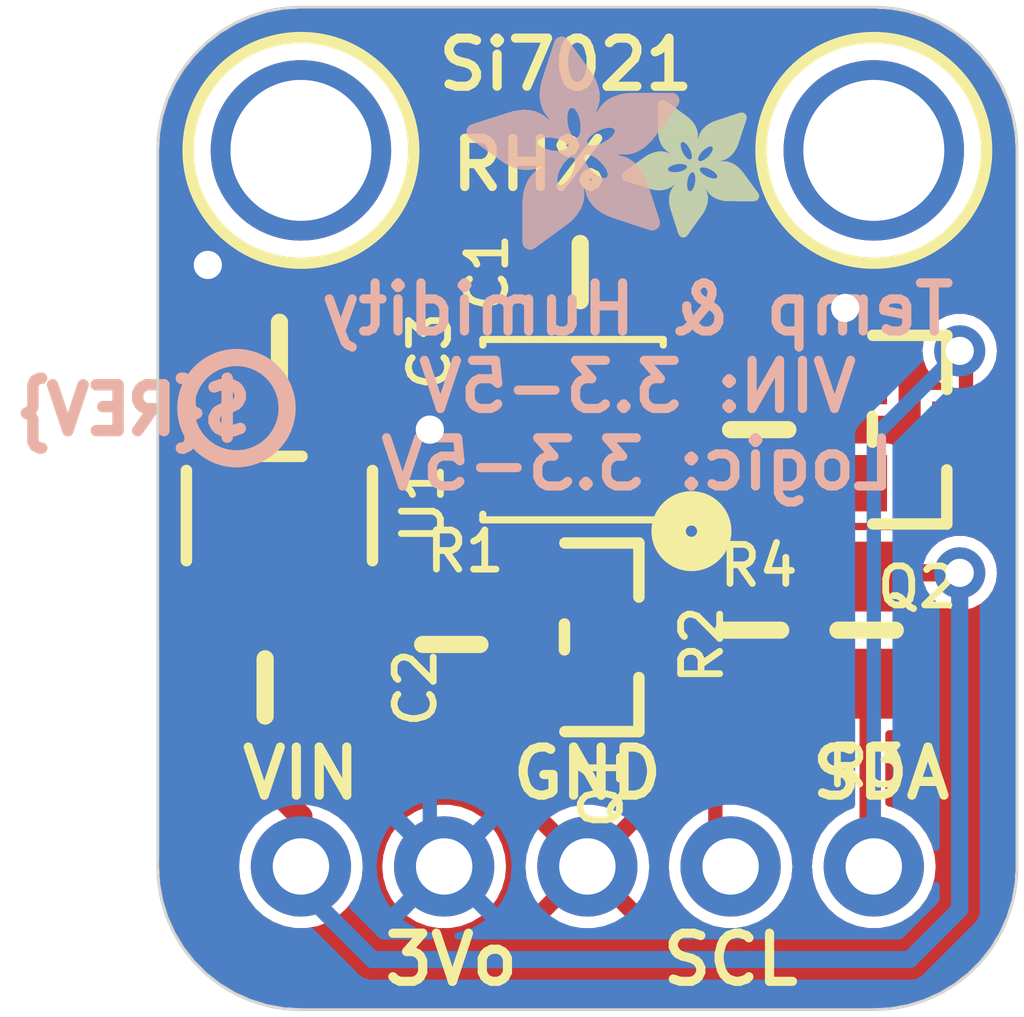
<source format=kicad_pcb>
(kicad_pcb (version 20221018) (generator pcbnew)
  (layers (0 "F.Cu" signal) (31 "B.Cu" signal) (34 "B.Paste" user) (35 "F.Paste" user) (36 "B.SilkS" user "B.Silkscreen") (37 "F.SilkS" user "F.Silkscreen") (38 "B.Mask" user) (39 "F.Mask" user) (44 "Edge.Cuts" user))
  (net 0 "")
  (net 1 "SDA_3.3V")
  (net 2 "SCL_3.3V")
  (net 3 "SDA")
  (net 4 "SCL")
  (net 5 "+3V3")
  (net 6 "VIN")
  (net 7 "GND")
  (footprint "working:ADAFRUIT_2.5MM" (layer "F.Cu") (at 151.5491 97.7646 180)
    (fp_text reference "U$1" hide)
    (fp_text value "" hide)
  )
  (footprint "working:FIDUCIAL_1MM" (layer "F.Cu") (at 151.4221 100.9396)
    (fp_text reference "FID2" hide)
    (fp_text value "FIDUCIAL\"\"" hide)
    (pad "1" smd roundrect (at 0 0) (size 1 1) (layers "F.Cu" "F.Mask") (roundrect_rratio 0.5))
  )
  (footprint "working:1X05_ROUND_70" (layer "F.Cu") (at 148.5011 111.3536 180)
    (fp_text reference "JP1" hide)
    (fp_text value "")
    (pad "1" thru_hole circle (at -5.08 0 270) (size 1.778 1.778) (drill 1) (layers "*.Cu" "*.Mask") (net 3 "SDA"))
    (pad "2" thru_hole circle (at -2.54 0 270) (size 1.778 1.778) (drill 1) (layers "*.Cu" "*.Mask") (net 4 "SCL"))
    (pad "3" thru_hole circle (at 0 0 270) (size 1.778 1.778) (drill 1) (layers "*.Cu" "*.Mask") (net 7 "GND"))
    (pad "4" thru_hole circle (at 2.54 0 270) (size 1.778 1.778) (drill 1) (layers "*.Cu" "*.Mask") (net 5 "+3V3"))
    (pad "5" thru_hole circle (at 5.08 0 270) (size 1.778 1.778) (drill 1) (layers "*.Cu" "*.Mask") (net 6 "VIN"))
  )
  (footprint "working:0805-NO" (layer "F.Cu") (at 148.3741 100.8126)
    (fp_text reference "C1" (at -1.651 0.762 90) (layer "F.SilkS") (effects (font (size 0.692831 0.692831) (thickness 0.119969)) (justify left)))
    (fp_text value "0.1uF")
    (pad "1" smd rect (at -0.95 0) (size 1.24 1.5) (layers "F.Cu" "F.Paste" "F.Mask") (net 5 "+3V3"))
    (pad "2" smd rect (at 0.95 0) (size 1.24 1.5) (layers "F.Cu" "F.Paste" "F.Mask") (net 7 "GND"))
  )
  (footprint "working:DFN6_3X3_SI" (layer "F.Cu") (at 148.2471 103.6066 180)
    (fp_text reference "U2" hide)
    (fp_text value "Si7021-A20")
    (pad "1" smd roundrect (at -1.45 -1 180) (size 0.85 0.45) (layers "F.Cu" "F.Paste" "F.Mask") (roundrect_rratio 0.5) (net 1 "SDA_3.3V"))
    (pad "2" smd roundrect (at -1.45 0 180) (size 0.85 0.45) (layers "F.Cu" "F.Paste" "F.Mask") (roundrect_rratio 0.5) (net 7 "GND"))
    (pad "3" smd roundrect (at -1.45 1 180) (size 0.85 0.45) (layers "F.Cu" "F.Paste" "F.Mask") (roundrect_rratio 0.5))
    (pad "4" smd roundrect (at 1.45 1 180) (size 0.85 0.45) (layers "F.Cu" "F.Paste" "F.Mask") (roundrect_rratio 0.5))
    (pad "5" smd roundrect (at 1.45 0 180) (size 0.85 0.45) (layers "F.Cu" "F.Paste" "F.Mask") (roundrect_rratio 0.5) (net 5 "+3V3"))
    (pad "6" smd roundrect (at 1.45 -1 180) (size 0.85 0.45) (layers "F.Cu" "F.Paste" "F.Mask") (roundrect_rratio 0.5) (net 2 "SCL_3.3V"))
    (pad "P$1" smd rect (at 0 0 180) (size 1.6 2.5) (layers "F.Cu" "F.Paste" "F.Mask"))
  )
  (footprint "working:SOT23-WIDE" (layer "F.Cu") (at 148.7551 107.2896 -90)
    (fp_text reference "Q1" (at 1.905 0 90) (layer "F.SilkS") (effects (font (size 0.692831 0.692831) (thickness 0.119969)) (justify right)))
    (fp_text value "BSS138")
    (pad "1" smd rect (at -0.95 1 270) (size 1 1.2) (layers "F.Cu" "F.Paste" "F.Mask") (net 5 "+3V3"))
    (pad "2" smd rect (at 0.95 1 270) (size 1 1.2) (layers "F.Cu" "F.Paste" "F.Mask") (net 2 "SCL_3.3V"))
    (pad "3" smd rect (at 0 -1 270) (size 1 1.2) (layers "F.Cu" "F.Paste" "F.Mask") (net 4 "SCL"))
  )
  (footprint "working:0805-NO" (layer "F.Cu") (at 151.4221 107.1626 90)
    (fp_text reference "R2" (at -1.016 -0.889 90) (layer "F.SilkS") (effects (font (size 0.692831 0.692831) (thickness 0.119969)) (justify left)))
    (fp_text value "10K")
    (pad "1" smd rect (at -0.95 0 90) (size 1.24 1.5) (layers "F.Cu" "F.Paste" "F.Mask") (net 4 "SCL"))
    (pad "2" smd rect (at 0.95 0 90) (size 1.24 1.5) (layers "F.Cu" "F.Paste" "F.Mask") (net 6 "VIN"))
  )
  (footprint "working:MOUNTINGHOLE_2.5_PLATED" (layer "F.Cu") (at 143.4211 98.6536)
    (fp_text reference "U$7" hide)
    (fp_text value "MOUNTINGHOLE2.5" hide)
    (pad "P$1" thru_hole circle (at 0 0) (size 3.2 3.2) (drill 2.5) (layers "*.Cu" "*.Mask"))
    (zone (net 0) (net_name "") (layer "F.Cu") (connect_pads (clearance 0)) (min_thickness 0.25)
      (keepout (tracks not_allowed) (vias not_allowed) (pads not_allowed) (copperpour not_allowed) (footprints allowed))
      (fill (thermal_gap 0.5) (thermal_bridge_width 0.5))
      (polygon (pts (xy 145.4371 98.6536) (xy 145.41748 98.373027) (xy 145.359004 98.097915) (xy 145.262808 97.833619) (xy 145.130765 97.585283) (xy 144.965446 97.35774) (xy 144.770067 97.15542) (xy 144.548433 96.98226) (xy 144.304856 96.841631) (xy 144.044078 96.73627) (xy 143.771175 96.668228) (xy 143.491457 96.638828) (xy 143.210371 96.648644) (xy 142.933385 96.697484) (xy 142.665893 96.784397) (xy 142.4131 96.907693) (xy 142.179926 97.06497) (xy 141.970911 97.253169) (xy 141.790122 97.468625) (xy 141.641078 97.707145) (xy 141.52668 97.964087) (xy 141.449154 98.23445) (xy 141.410011 98.512971) (xy 141.410011 98.794229) (xy 141.449154 99.07275) (xy 141.52668 99.343113) (xy 141.641078 99.600055) (xy 141.790122 99.838575) (xy 141.970911 100.054031) (xy 142.179926 100.24223) (xy 142.4131 100.399507) (xy 142.665893 100.522803) (xy 142.933385 100.609716) (xy 143.210371 100.658556) (xy 143.491457 100.668372) (xy 143.771175 100.638972) (xy 144.044078 100.57093) (xy 144.304856 100.465569) (xy 144.548433 100.32494) (xy 144.770067 100.15178) (xy 144.965446 99.94946) (xy 145.130765 99.721917) (xy 145.262808 99.473581) (xy 145.359004 99.209285) (xy 145.41748 98.934173)))
      (polygon (pts (xy 143.4051 98.6536) (xy 143.409786 98.664914) (xy 143.4211 98.6696) (xy 143.432414 98.664914) (xy 143.4371 98.6536) (xy 143.432414 98.642286) (xy 143.4211 98.6376) (xy 143.409786 98.642286)))
    )
    (zone (net 0) (net_name "") (layer "B.Cu") (connect_pads (clearance 0)) (min_thickness 0.25)
      (keepout (tracks not_allowed) (vias not_allowed) (pads not_allowed) (copperpour not_allowed) (footprints allowed))
      (fill (thermal_gap 0.5) (thermal_bridge_width 0.5))
      (polygon (pts (xy 145.4371 98.6536) (xy 145.41748 98.373027) (xy 145.359004 98.097915) (xy 145.262808 97.833619) (xy 145.130765 97.585283) (xy 144.965446 97.35774) (xy 144.770067 97.15542) (xy 144.548433 96.98226) (xy 144.304856 96.841631) (xy 144.044078 96.73627) (xy 143.771175 96.668228) (xy 143.491457 96.638828) (xy 143.210371 96.648644) (xy 142.933385 96.697484) (xy 142.665893 96.784397) (xy 142.4131 96.907693) (xy 142.179926 97.06497) (xy 141.970911 97.253169) (xy 141.790122 97.468625) (xy 141.641078 97.707145) (xy 141.52668 97.964087) (xy 141.449154 98.23445) (xy 141.410011 98.512971) (xy 141.410011 98.794229) (xy 141.449154 99.07275) (xy 141.52668 99.343113) (xy 141.641078 99.600055) (xy 141.790122 99.838575) (xy 141.970911 100.054031) (xy 142.179926 100.24223) (xy 142.4131 100.399507) (xy 142.665893 100.522803) (xy 142.933385 100.609716) (xy 143.210371 100.658556) (xy 143.491457 100.668372) (xy 143.771175 100.638972) (xy 144.044078 100.57093) (xy 144.304856 100.465569) (xy 144.548433 100.32494) (xy 144.770067 100.15178) (xy 144.965446 99.94946) (xy 145.130765 99.721917) (xy 145.262808 99.473581) (xy 145.359004 99.209285) (xy 145.41748 98.934173)))
      (polygon (pts (xy 143.4051 98.6536) (xy 143.409786 98.664914) (xy 143.4211 98.6696) (xy 143.432414 98.664914) (xy 143.4371 98.6536) (xy 143.432414 98.642286) (xy 143.4211 98.6376) (xy 143.409786 98.642286)))
    )
  )
  (footprint "working:MOUNTINGHOLE_2.5_PLATED" (layer "F.Cu") (at 153.5811 98.6536)
    (fp_text reference "U$6" hide)
    (fp_text value "MOUNTINGHOLE2.5" hide)
    (pad "P$1" thru_hole circle (at 0 0) (size 3.2 3.2) (drill 2.5) (layers "*.Cu" "*.Mask"))
    (zone (net 0) (net_name "") (layer "F.Cu") (connect_pads (clearance 0)) (min_thickness 0.25)
      (keepout (tracks not_allowed) (vias not_allowed) (pads not_allowed) (copperpour not_allowed) (footprints allowed))
      (fill (thermal_gap 0.5) (thermal_bridge_width 0.5))
      (polygon (pts (xy 155.5971 98.6536) (xy 155.57748 98.373027) (xy 155.519004 98.097915) (xy 155.422808 97.833619) (xy 155.290765 97.585283) (xy 155.125446 97.35774) (xy 154.930067 97.15542) (xy 154.708433 96.98226) (xy 154.464856 96.841631) (xy 154.204078 96.73627) (xy 153.931175 96.668228) (xy 153.651457 96.638828) (xy 153.370371 96.648644) (xy 153.093385 96.697484) (xy 152.825893 96.784397) (xy 152.5731 96.907693) (xy 152.339926 97.06497) (xy 152.130911 97.253169) (xy 151.950122 97.468625) (xy 151.801078 97.707145) (xy 151.68668 97.964087) (xy 151.609154 98.23445) (xy 151.570011 98.512971) (xy 151.570011 98.794229) (xy 151.609154 99.07275) (xy 151.68668 99.343113) (xy 151.801078 99.600055) (xy 151.950122 99.838575) (xy 152.130911 100.054031) (xy 152.339926 100.24223) (xy 152.5731 100.399507) (xy 152.825893 100.522803) (xy 153.093385 100.609716) (xy 153.370371 100.658556) (xy 153.651457 100.668372) (xy 153.931175 100.638972) (xy 154.204078 100.57093) (xy 154.464856 100.465569) (xy 154.708433 100.32494) (xy 154.930067 100.15178) (xy 155.125446 99.94946) (xy 155.290765 99.721917) (xy 155.422808 99.473581) (xy 155.519004 99.209285) (xy 155.57748 98.934173)))
      (polygon (pts (xy 153.5651 98.6536) (xy 153.569786 98.664914) (xy 153.5811 98.6696) (xy 153.592414 98.664914) (xy 153.5971 98.6536) (xy 153.592414 98.642286) (xy 153.5811 98.6376) (xy 153.569786 98.642286)))
    )
    (zone (net 0) (net_name "") (layer "B.Cu") (connect_pads (clearance 0)) (min_thickness 0.25)
      (keepout (tracks not_allowed) (vias not_allowed) (pads not_allowed) (copperpour not_allowed) (footprints allowed))
      (fill (thermal_gap 0.5) (thermal_bridge_width 0.5))
      (polygon (pts (xy 155.5971 98.6536) (xy 155.57748 98.373027) (xy 155.519004 98.097915) (xy 155.422808 97.833619) (xy 155.290765 97.585283) (xy 155.125446 97.35774) (xy 154.930067 97.15542) (xy 154.708433 96.98226) (xy 154.464856 96.841631) (xy 154.204078 96.73627) (xy 153.931175 96.668228) (xy 153.651457 96.638828) (xy 153.370371 96.648644) (xy 153.093385 96.697484) (xy 152.825893 96.784397) (xy 152.5731 96.907693) (xy 152.339926 97.06497) (xy 152.130911 97.253169) (xy 151.950122 97.468625) (xy 151.801078 97.707145) (xy 151.68668 97.964087) (xy 151.609154 98.23445) (xy 151.570011 98.512971) (xy 151.570011 98.794229) (xy 151.609154 99.07275) (xy 151.68668 99.343113) (xy 151.801078 99.600055) (xy 151.950122 99.838575) (xy 152.130911 100.054031) (xy 152.339926 100.24223) (xy 152.5731 100.399507) (xy 152.825893 100.522803) (xy 153.093385 100.609716) (xy 153.370371 100.658556) (xy 153.651457 100.668372) (xy 153.931175 100.638972) (xy 154.204078 100.57093) (xy 154.464856 100.465569) (xy 154.708433 100.32494) (xy 154.930067 100.15178) (xy 155.125446 99.94946) (xy 155.290765 99.721917) (xy 155.422808 99.473581) (xy 155.519004 99.209285) (xy 155.57748 98.934173)))
      (polygon (pts (xy 153.5651 98.6536) (xy 153.569786 98.664914) (xy 153.5811 98.6696) (xy 153.592414 98.664914) (xy 153.5971 98.6536) (xy 153.592414 98.642286) (xy 153.5811 98.6376) (xy 153.569786 98.642286)))
    )
  )
  (footprint "working:SOT23-5" (layer "F.Cu") (at 143.0401 105.1306)
    (fp_text reference "U1" (at 2.54 0.562 90) (layer "F.SilkS") (effects (font (size 0.692831 0.692831) (thickness 0.119969)) (justify left)))
    (fp_text value "MIC5225-3.3")
    (pad "1" smd rect (at -0.95 1.3001) (size 0.55 1.2) (layers "F.Cu" "F.Paste" "F.Mask") (net 6 "VIN"))
    (pad "2" smd rect (at 0 1.3001) (size 0.55 1.2) (layers "F.Cu" "F.Paste" "F.Mask") (net 7 "GND"))
    (pad "3" smd rect (at 0.95 1.3001) (size 0.55 1.2) (layers "F.Cu" "F.Paste" "F.Mask") (net 6 "VIN"))
    (pad "4" smd rect (at 0.95 -1.3001) (size 0.55 1.2) (layers "F.Cu" "F.Paste" "F.Mask"))
    (pad "5" smd rect (at -0.95 -1.3001) (size 0.55 1.2) (layers "F.Cu" "F.Paste" "F.Mask") (net 5 "+3V3"))
  )
  (footprint "working:SOT23-WIDE" (layer "F.Cu") (at 154.2161 103.6066 -90)
    (fp_text reference "Q2" (at 2.794 0.635) (layer "F.SilkS") (effects (font (size 0.692831 0.692831) (thickness 0.119969)) (justify left)))
    (fp_text value "BSS138")
    (pad "1" smd rect (at -0.95 1 270) (size 1 1.2) (layers "F.Cu" "F.Paste" "F.Mask") (net 5 "+3V3"))
    (pad "2" smd rect (at 0.95 1 270) (size 1 1.2) (layers "F.Cu" "F.Paste" "F.Mask") (net 1 "SDA_3.3V"))
    (pad "3" smd rect (at 0 -1 270) (size 1 1.2) (layers "F.Cu" "F.Paste" "F.Mask") (net 3 "SDA"))
  )
  (footprint "working:0805-NO" (layer "F.Cu") (at 143.0401 102.2096)
    (fp_text reference "C3" (at 2.667 0.762 90) (layer "F.SilkS") (effects (font (size 0.692831 0.692831) (thickness 0.119969)) (justify left)))
    (fp_text value "10uF")
    (pad "1" smd rect (at -0.95 0) (size 1.24 1.5) (layers "F.Cu" "F.Paste" "F.Mask") (net 5 "+3V3"))
    (pad "2" smd rect (at 0.95 0) (size 1.24 1.5) (layers "F.Cu" "F.Paste" "F.Mask") (net 7 "GND"))
  )
  (footprint "working:FIDUCIAL_1MM" (layer "F.Cu") (at 141.6431 110.8456)
    (fp_text reference "FID1" hide)
    (fp_text value "FIDUCIAL\"\"" hide)
    (pad "1" smd roundrect (at 0 0) (size 1 1) (layers "F.Cu" "F.Mask") (roundrect_rratio 0.5))
  )
  (footprint "working:0805-NO" (layer "F.Cu") (at 142.7861 108.1786)
    (fp_text reference "C2" (at 2.667 0.762 90) (layer "F.SilkS") (effects (font (size 0.692831 0.692831) (thickness 0.119969)) (justify left)))
    (fp_text value "10uF")
    (pad "1" smd rect (at -0.95 0) (size 1.24 1.5) (layers "F.Cu" "F.Paste" "F.Mask") (net 6 "VIN"))
    (pad "2" smd rect (at 0.95 0) (size 1.24 1.5) (layers "F.Cu" "F.Paste" "F.Mask") (net 7 "GND"))
  )
  (footprint "working:0805-NO" (layer "F.Cu") (at 153.4541 107.1626 -90)
    (fp_text reference "R3" (at 2.413 0.762) (layer "F.SilkS") (effects (font (size 0.692831 0.692831) (thickness 0.119969)) (justify left)))
    (fp_text value "10K")
    (pad "1" smd rect (at -0.95 0 270) (size 1.24 1.5) (layers "F.Cu" "F.Paste" "F.Mask") (net 6 "VIN"))
    (pad "2" smd rect (at 0.95 0 270) (size 1.24 1.5) (layers "F.Cu" "F.Paste" "F.Mask") (net 3 "SDA"))
  )
  (footprint "working:0805-NO" (layer "F.Cu") (at 151.5491 103.6066 -90)
    (fp_text reference "R4" (at 2.413 0.762) (layer "F.SilkS") (effects (font (size 0.692831 0.692831) (thickness 0.119969)) (justify left)))
    (fp_text value "10K")
    (pad "1" smd rect (at -0.95 0 270) (size 1.24 1.5) (layers "F.Cu" "F.Paste" "F.Mask") (net 5 "+3V3"))
    (pad "2" smd rect (at 0.95 0 270) (size 1.24 1.5) (layers "F.Cu" "F.Paste" "F.Mask") (net 1 "SDA_3.3V"))
  )
  (footprint "working:0805-NO" (layer "F.Cu") (at 146.0881 107.4166 90)
    (fp_text reference "R1" (at 1.651 -0.508) (layer "F.SilkS") (effects (font (size 0.692831 0.692831) (thickness 0.119969)) (justify left)))
    (fp_text value "10K")
    (pad "1" smd rect (at -0.95 0 90) (size 1.24 1.5) (layers "F.Cu" "F.Paste" "F.Mask") (net 2 "SCL_3.3V"))
    (pad "2" smd rect (at 0.95 0 90) (size 1.24 1.5) (layers "F.Cu" "F.Paste" "F.Mask") (net 5 "+3V3"))
  )
  (footprint "working:PCBFEAT-REV-040" (layer "B.Cu") (at 142.2781 103.2256 180)
    (fp_text reference "U$9" hide)
    (fp_text value "" hide)
    (fp_text user "${REV}" (at -0.3556 -0.508) (layer "B.SilkS") (effects (font (size 0.8128 0.8128) (thickness 0.2032)) (justify left bottom mirror)))
  )
  (footprint "working:ADAFRUIT_3.5MM" (layer "B.Cu") (at 150.1521 100.4316 180)
    (fp_text reference "U$10" hide)
    (fp_text value "" hide)
  )
  (gr_arc (start 140.8811 98.6536) (mid 141.625049 96.857549) (end 143.4211 96.1136) (stroke (width 0.05)) (layer "Edge.Cuts"))
  (gr_line (start 156.1211 98.6536) (end 156.1211 111.3536) (stroke (width 0.05)) (layer "Edge.Cuts"))
  (gr_line (start 153.5811 113.8936) (end 143.4211 113.8936) (stroke (width 0.05)) (layer "Edge.Cuts"))
  (gr_arc (start 143.4211 113.8936) (mid 141.625049 113.149651) (end 140.8811 111.3536) (stroke (width 0.05)) (layer "Edge.Cuts"))
  (gr_arc (start 156.1211 111.3536) (mid 155.377151 113.149651) (end 153.5811 113.8936) (stroke (width 0.05)) (layer "Edge.Cuts"))
  (gr_arc (start 153.5811 96.1136) (mid 155.377151 96.857549) (end 156.1211 98.6536) (stroke (width 0.05)) (layer "Edge.Cuts"))
  (gr_line (start 140.8811 111.3536) (end 140.8811 98.6536) (stroke (width 0.05)) (layer "Edge.Cuts"))
  (gr_line (start 143.4211 96.1136) (end 153.5811 96.1136) (stroke (width 0.05)) (layer "Edge.Cuts"))
  (gr_text "Temp & Humidity\nVIN: 3.3-5V\nLogic: 3.3-5V" (at 149.3901 102.8446) (layer "B.SilkS") (effects (font (size 0.85344 0.85344) (thickness 0.16256)) (justify mirror)))
  (gr_text "Si7021" (at 148.1201 97.1296) (layer "F.SilkS") (effects (font (size 0.85344 0.85344) (thickness 0.16256))))
  (gr_text "SCL" (at 151.0411 113.0046) (layer "F.SilkS") (effects (font (size 0.85344 0.85344) (thickness 0.16256))))
  (gr_text "RH%" (at 147.4851 98.9076) (layer "F.SilkS") (effects (font (size 0.85344 0.85344) (thickness 0.16256))))
  (gr_text "SDA" (at 153.7081 109.7026) (layer "F.SilkS") (effects (font (size 0.85344 0.85344) (thickness 0.16256))))
  (gr_text "VIN" (at 143.4211 109.7026) (layer "F.SilkS") (effects (font (size 0.85344 0.85344) (thickness 0.16256))))
  (gr_text "GND" (at 148.5011 109.7026) (layer "F.SilkS") (effects (font (size 0.85344 0.85344) (thickness 0.16256))))
  (gr_text "3Vo" (at 146.0881 113.0046) (layer "F.SilkS") (effects (font (size 0.85344 0.85344) (thickness 0.16256))))
  (segment (start 150.6101 104.6066) (end 151.5491 104.5566) (width 0.254) (layer "F.Cu") (net 1))
  (segment (start 149.6971 104.6066) (end 150.6101 104.6066) (width 0.254) (layer "F.Cu") (net 1))
  (segment (start 151.5491 104.5566) (end 153.2161 104.5566) (width 0.254) (layer "F.Cu") (net 1))
  (segment (start 146.7971 104.9506) (end 147.2311 105.3846) (width 0.254) (layer "F.Cu") (net 2))
  (segment (start 146.7971 104.6066) (end 146.7971 104.9506) (width 0.254) (layer "F.Cu") (net 2))
  (segment (start 147.2311 105.3846) (end 148.7551 105.3846) (width 0.254) (layer "F.Cu") (net 2))
  (segment (start 148.1201 108.1786) (end 148.0701 108.1786) (width 0.254) (layer "F.Cu") (net 2))
  (segment (start 148.7551 107.5436) (end 148.1201 108.1786) (width 0.254) (layer "F.Cu") (net 2))
  (segment (start 148.7551 105.3846) (end 148.7551 107.5436) (width 0.254) (layer "F.Cu") (net 2))
  (segment (start 147.8821 108.3666) (end 147.7551 108.2396) (width 0.254) (layer "F.Cu") (net 2))
  (segment (start 148.0701 108.1786) (end 147.7551 108.2396) (width 0.254) (layer "F.Cu") (net 2))
  (segment (start 146.0881 108.3666) (end 147.8821 108.3666) (width 0.254) (layer "F.Cu") (net 2))
  (segment (start 155.2161 102.3206) (end 155.1051 102.2096) (width 0.254) (layer "F.Cu") (net 3))
  (segment (start 153.4541 111.2266) (end 153.5811 111.3536) (width 0.254) (layer "F.Cu") (net 3))
  (segment (start 153.4541 108.1126) (end 153.4541 111.2266) (width 0.254) (layer "F.Cu") (net 3))
  (segment (start 155.2161 103.6066) (end 155.2161 102.3206) (width 0.254) (layer "F.Cu") (net 3))
  (segment (start 153.3881 108.0516) (end 153.4541 108.1126) (width 0.254) (layer "F.Cu") (net 3))
  (via (at 155.1051 102.2096) (size 0.9064) (drill 0.5) (layers "F.Cu" "B.Cu") (net 3))
  (segment (start 153.5811 103.7336) (end 153.5811 111.3536) (width 0.254) (layer "B.Cu") (net 3))
  (segment (start 155.1051 102.2096) (end 153.5811 103.7336) (width 0.254) (layer "B.Cu") (net 3))
  (segment (start 150.7711 111.0836) (end 150.7711 108.5596) (width 0.254) (layer "F.Cu") (net 4))
  (segment (start 151.0411 111.3536) (end 150.7711 111.0836) (width 0.254) (layer "F.Cu") (net 4))
  (segment (start 151.4221 108.1126) (end 150.9641 108.1126) (width 0.254) (layer "F.Cu") (net 4))
  (segment (start 149.7551 107.2896) (end 150.7711 108.5596) (width 0.254) (layer "F.Cu") (net 4))
  (segment (start 150.7711 108.3056) (end 150.7711 108.5596) (width 0.254) (layer "F.Cu") (net 4))
  (segment (start 150.9641 108.1126) (end 150.7711 108.3056) (width 0.254) (layer "F.Cu") (net 4))
  (segment (start 151.5491 102.6566) (end 153.2161 102.6566) (width 0.254) (layer "F.Cu") (net 5))
  (segment (start 142.2171 102.0826) (end 142.0901 103.8305) (width 0.4064) (layer "F.Cu") (net 5))
  (segment (start 153.0731 102.5136) (end 153.2161 102.6566) (width 0.254) (layer "F.Cu") (net 5))
  (segment (start 153.0731 101.4476) (end 153.0731 102.5136) (width 0.254) (layer "F.Cu") (net 5))
  (segment (start 145.7071 103.6066) (end 145.7071 106.3396) (width 0.254) (layer "F.Cu") (net 5))
  (segment (start 147.7551 106.3396) (end 146.2151 106.3396) (width 0.254) (layer "F.Cu") (net 5))
  (segment (start 142.5981 101.6406) (end 141.7701 100.6856) (width 0.254) (layer "F.Cu") (net 5))
  (segment (start 147.4241 100.8126) (end 146.3421 100.8126) (width 0.254) (layer "F.Cu") (net 5))
  (segment (start 142.0901 102.2096) (end 142.5981 101.6406) (width 0.254) (layer "F.Cu") (net 5))
  (segment (start 145.7681 106.4666) (end 146.0881 106.4666) (width 0.254) (layer "F.Cu") (net 5))
  (segment (start 142.0901 102.2096) (end 142.2171 102.0826) (width 0.4064) (layer "F.Cu") (net 5))
  (segment (start 145.7071 101.4476) (end 145.7071 103.6066) (width 0.254) (layer "F.Cu") (net 5))
  (segment (start 147.3581 100.7466) (end 147.4241 100.8126) (width 0.3048) (layer "F.Cu") (net 5))
  (segment (start 145.7071 106.3396) (end 146.2151 106.3396) (width 0.254) (layer "F.Cu") (net 5))
  (segment (start 145.7071 103.6066) (end 146.7971 103.6066) (width 0.254) (layer "F.Cu") (net 5))
  (segment (start 146.2151 106.3396) (end 146.0881 106.4666) (width 0.254) (layer "F.Cu") (net 5))
  (segment (start 146.3421 100.8126) (end 145.7071 101.4476) (width 0.254) (layer "F.Cu") (net 5))
  (via (at 141.7701 100.6856) (size 0.9064) (drill 0.5) (layers "F.Cu" "B.Cu") (net 5))
  (via (at 145.7071 103.6066) (size 0.9064) (drill 0.5) (layers "F.Cu" "B.Cu") (net 5))
  (via (at 153.0731 101.4476) (size 0.9064) (drill 0.5) (layers "F.Cu" "B.Cu") (net 5))
  (segment (start 147.9931 101.3206) (end 145.7071 103.6066) (width 0.3048) (layer "B.Cu") (net 5))
  (segment (start 145.7071 111.0996) (end 145.9611 111.3536) (width 0.254) (layer "B.Cu") (net 5))
  (segment (start 145.7071 103.6066) (end 145.7071 111.0996) (width 0.254) (layer "B.Cu") (net 5))
  (segment (start 155.1051 106.1466) (end 153.5201 106.1466) (width 0.3048) (layer "F.Cu") (net 6))
  (segment (start 142.0901 105.2576) (end 142.0901 106.4307) (width 0.4064) (layer "F.Cu") (net 6))
  (segment (start 143.9901 106.4307) (end 143.9901 105.2576) (width 0.4064) (layer "F.Cu") (net 6))
  (segment (start 153.5201 106.1466) (end 153.4541 106.2126) (width 0.3048) (layer "F.Cu") (net 6))
  (segment (start 153.4541 106.2126) (end 151.4221 106.2126) (width 0.254) (layer "F.Cu") (net 6))
  (segment (start 143.9901 105.2576) (end 142.0901 105.2576) (width 0.4064) (layer "F.Cu") (net 6))
  (segment (start 142.0241 109.0676) (end 142.0241 108.1126) (width 0.4064) (layer "F.Cu") (net 6))
  (segment (start 142.0901 106.4307) (end 142.0901 107.7976) (width 0.4064) (layer "F.Cu") (net 6))
  (segment (start 143.4211 111.3536) (end 143.4211 110.4646) (width 0.4064) (layer "F.Cu") (net 6))
  (segment (start 143.4211 110.4646) (end 142.0241 109.0676) (width 0.4064) (layer "F.Cu") (net 6))
  (segment (start 142.0241 108.1126) (end 141.8361 108.1786) (width 0.4064) (layer "F.Cu") (net 6))
  (segment (start 142.0901 107.7976) (end 141.8361 108.1786) (width 0.4064) (layer "F.Cu") (net 6))
  (via (at 155.1051 106.1466) (size 0.9064) (drill 0.5) (layers "F.Cu" "B.Cu") (net 6))
  (segment (start 144.6911 113.0046) (end 154.2161 113.0046) (width 0.3048) (layer "B.Cu") (net 6))
  (segment (start 143.4211 111.7346) (end 144.6911 113.0046) (width 0.3048) (layer "B.Cu") (net 6))
  (segment (start 155.1051 112.1156) (end 155.1051 106.1466) (width 0.3048) (layer "B.Cu") (net 6))
  (segment (start 143.4211 111.3536) (end 143.4211 111.7346) (width 0.3048) (layer "B.Cu") (net 6))
  (segment (start 154.2161 113.0046) (end 155.1051 112.1156) (width 0.3048) (layer "B.Cu") (net 6))
  (segment (start 149.3241 101.8946) (end 149.3241 100.8126) (width 0.254) (layer "F.Cu") (net 7))
  (segment (start 143.0401 107.0356) (end 143.8631 107.8586) (width 0.4064) (layer "F.Cu") (net 7))
  (segment (start 150.0886 101.9556) (end 149.2631 101.9556) (width 0.254) (layer "F.Cu") (net 7))
  (segment (start 150.4696 103.6066) (end 150.4696 102.3366) (width 0.254) (layer "F.Cu") (net 7))
  (segment (start 149.2631 101.9556) (end 149.3241 101.8946) (width 0.254) (layer "F.Cu") (net 7))
  (segment (start 149.6971 103.6066) (end 150.4696 103.6066) (width 0.254) (layer "F.Cu") (net 7))
  (segment (start 143.0401 106.4307) (end 143.0401 107.0356) (width 0.4064) (layer "F.Cu") (net 7))
  (segment (start 143.8631 107.8586) (end 143.7361 108.1786) (width 0.4064) (layer "F.Cu") (net 7))
  (segment (start 150.4696 102.3366) (end 150.0886 101.9556) (width 0.254) (layer "F.Cu") (net 7))
  (zone (net 7) (net_name "GND") (layer "F.Cu") (priority 6) (connect_pads (clearance 0.000001)) (min_thickness 0.127) (fill yes (thermal_gap 0.304) (thermal_bridge_width 0.304))
    (polygon (pts (xy 156.2481 114.0206) (xy 140.7541 114.0206) (xy 140.7541 95.9866) (xy 156.2481 95.9866)))
  )
  (zone (net 5) (net_name "+3V3") (layer "B.Cu") (priority 6) (connect_pads (clearance 0.000001)) (min_thickness 0.127) (fill yes (thermal_gap 0.304) (thermal_bridge_width 0.304))
    (polygon (pts (xy 156.2481 114.0206) (xy 140.7541 114.0206) (xy 140.7541 95.9866) (xy 156.2481 95.9866)))
  )
)
</source>
